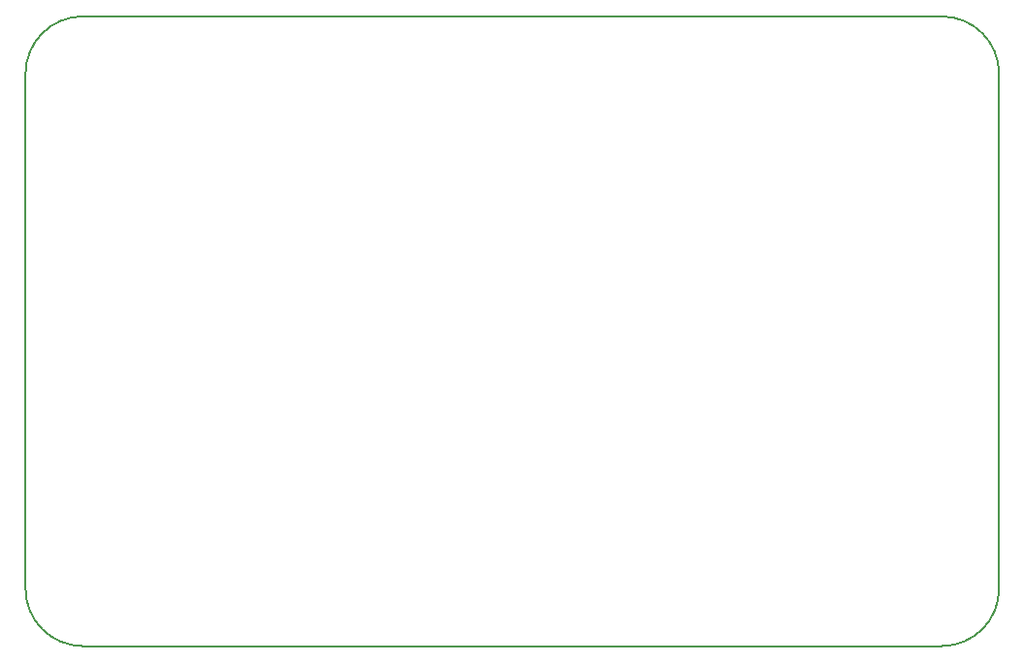
<source format=gbr>
G04 #@! TF.GenerationSoftware,KiCad,Pcbnew,(5.0.2)-1*
G04 #@! TF.CreationDate,2019-05-10T15:40:41-04:00*
G04 #@! TF.ProjectId,Business Card,42757369-6e65-4737-9320-436172642e6b,rev?*
G04 #@! TF.SameCoordinates,Original*
G04 #@! TF.FileFunction,Profile,NP*
%FSLAX46Y46*%
G04 Gerber Fmt 4.6, Leading zero omitted, Abs format (unit mm)*
G04 Created by KiCad (PCBNEW (5.0.2)-1) date 5/10/2019 3:40:41 PM*
%MOMM*%
%LPD*%
G01*
G04 APERTURE LIST*
%ADD10C,0.200000*%
%ADD11C,0.150000*%
G04 APERTURE END LIST*
D10*
X106000000Y-80000000D02*
G75*
G02X111000000Y-75000000I5000000J0D01*
G01*
X111000000Y-130000000D02*
G75*
G02X106000000Y-125000000I0J5000000D01*
G01*
X191000000Y-125000000D02*
G75*
G02X186000000Y-130000000I-5000000J0D01*
G01*
X186000000Y-75000000D02*
G75*
G02X191000000Y-80000000I0J-5000000D01*
G01*
D11*
X106000000Y-125000000D02*
X106000000Y-80000000D01*
X186000000Y-130000000D02*
X111000000Y-130000000D01*
X191000000Y-80000000D02*
X191000000Y-125000000D01*
X111000000Y-75000000D02*
X186000000Y-75000000D01*
M02*

</source>
